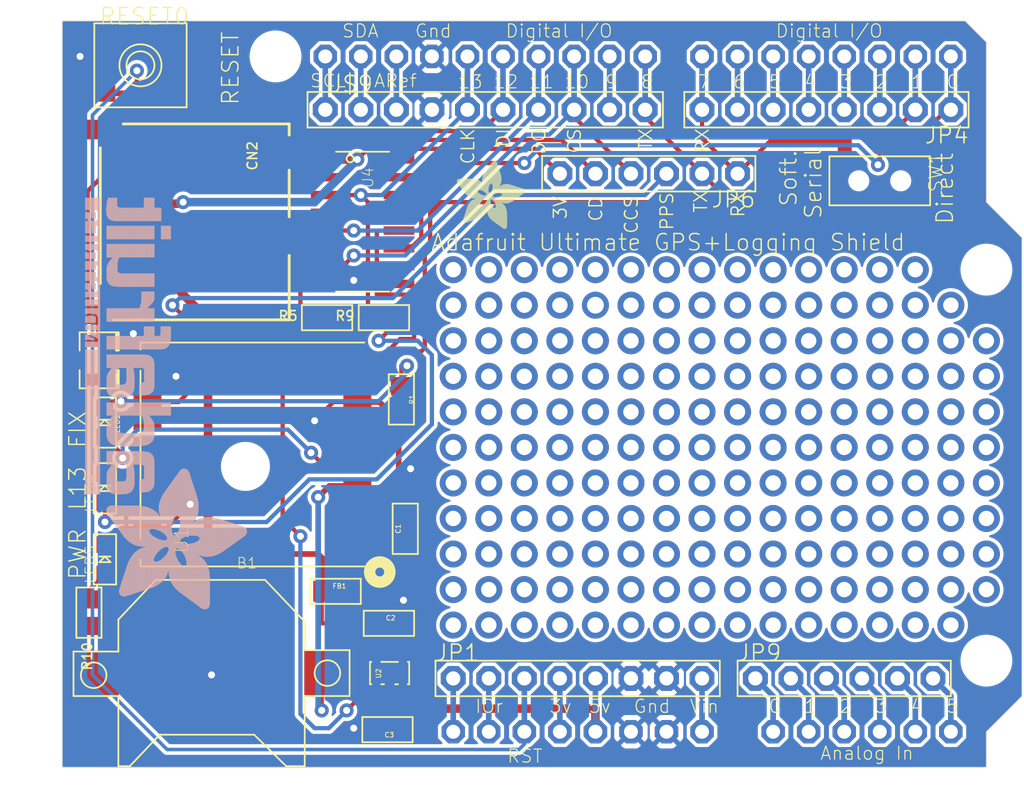
<source format=kicad_pcb>
(kicad_pcb (version 20221018) (generator pcbnew)
  (layers (0 "F.Cu" signal) (31 "B.Cu" signal) (34 "B.Paste" user) (35 "F.Paste" user) (36 "B.SilkS" user "B.Silkscreen") (37 "F.SilkS" user "F.Silkscreen") (38 "B.Mask" user) (39 "F.Mask" user) (44 "Edge.Cuts" user))
  (net 0 "")
  (net 1 "FIX")
  (net 2 "N$2")
  (net 3 "GND")
  (net 4 "3.3V")
  (net 5 "VBACKUP")
  (net 6 "TX")
  (net 7 "RX")
  (net 8 "N$4")
  (net 9 "1PPS")
  (net 10 "+5V")
  (net 11 "N$15")
  (net 12 "N$154")
  (net 13 "N$164")
  (net 14 "N$181")
  (net 15 "N$182")
  (net 16 "RESET")
  (net 17 "MOSI")
  (net 18 "MISO")
  (net 19 "SCK")
  (net 20 "SD_CS")
  (net 21 "SD_DATAIN")
  (net 22 "SD_SCKIN")
  (net 23 "SD_CSIN")
  (net 24 "SD_CD")
  (net 25 "N$89")
  (net 26 "N$90")
  (net 27 "N$98")
  (net 28 "N$99")
  (net 29 "N$100")
  (net 30 "N$108")
  (net 31 "N$110")
  (net 32 "N$8")
  (net 33 "N$150")
  (net 34 "RX_5V")
  (net 35 "N$1")
  (net 36 "N$3")
  (net 37 "N$5")
  (net 38 "N$6")
  (net 39 "N$9")
  (net 40 "N$10")
  (net 41 "N$11")
  (net 42 "N$14")
  (net 43 "N$13")
  (net 44 "N$7")
  (net 45 "N$12")
  (net 46 "N$17")
  (net 47 "N$19")
  (net 48 "N$24")
  (net 49 "N$25")
  (net 50 "N$27")
  (net 51 "N$28")
  (net 52 "N$29")
  (net 53 "N$30")
  (net 54 "N$156")
  (net 55 "N$32")
  (net 56 "N$33")
  (net 57 "N$34")
  (net 58 "N$35")
  (net 59 "N$36")
  (net 60 "N$42")
  (net 61 "N$43")
  (net 62 "N$44")
  (net 63 "N$45")
  (net 64 "N$46")
  (net 65 "N$47")
  (net 66 "N$56")
  (net 67 "N$57")
  (net 68 "N$58")
  (net 69 "N$59")
  (net 70 "N$60")
  (net 71 "N$66")
  (net 72 "N$67")
  (net 73 "N$68")
  (net 74 "N$69")
  (net 75 "N$70")
  (net 76 "N$71")
  (net 77 "N$78")
  (net 78 "N$79")
  (net 79 "N$80")
  (net 80 "N$81")
  (net 81 "N$82")
  (net 82 "N$83")
  (net 83 "N$84")
  (net 84 "N$92")
  (net 85 "N$93")
  (net 86 "N$94")
  (net 87 "N$95")
  (net 88 "N$96")
  (net 89 "N$97")
  (net 90 "N$102")
  (net 91 "N$103")
  (net 92 "N$104")
  (net 93 "N$105")
  (net 94 "N$106")
  (net 95 "N$107")
  (net 96 "N$109")
  (net 97 "N$61")
  (net 98 "N$41")
  (net 99 "N$49")
  (net 100 "N$37")
  (net 101 "N$91")
  (net 102 "N$64")
  (net 103 "N$65")
  (net 104 "N$18")
  (net 105 "N$20")
  (net 106 "N$21")
  (net 107 "N$22")
  (net 108 "N$23")
  (net 109 "N$26")
  (net 110 "N$31")
  (net 111 "N$48")
  (net 112 "N$38")
  (net 113 "N$55")
  (net 114 "N$39")
  (net 115 "N$40")
  (net 116 "N$50")
  (net 117 "N$52")
  (net 118 "N$51")
  (net 119 "N$74")
  (net 120 "N$75")
  (net 121 "N$76")
  (net 122 "N$77")
  (net 123 "N$85")
  (net 124 "N$53")
  (net 125 "N$86")
  (net 126 "N$112")
  (net 127 "N$113")
  (net 128 "N$114")
  (net 129 "N$115")
  (net 130 "N$54")
  (net 131 "N$116")
  (net 132 "N$117")
  (net 133 "N$62")
  (net 134 "N$63")
  (net 135 "N$118")
  (net 136 "N$119")
  (net 137 "N$120")
  (net 138 "N$121")
  (net 139 "N$122")
  (net 140 "N$123")
  (net 141 "N$124")
  (net 142 "N$125")
  (net 143 "N$126")
  (net 144 "N$127")
  (net 145 "N$128")
  (net 146 "N$129")
  (net 147 "N$130")
  (net 148 "N$131")
  (net 149 "N$132")
  (net 150 "N$138")
  (net 151 "N$139")
  (net 152 "N$140")
  (net 153 "N$141")
  (net 154 "N$142")
  (net 155 "N$143")
  (net 156 "N$144")
  (net 157 "N$145")
  (net 158 "N$146")
  (net 159 "N$147")
  (net 160 "N$148")
  (net 161 "N$151")
  (net 162 "N$152")
  (net 163 "N$153")
  (net 164 "N$155")
  (net 165 "N$157")
  (net 166 "N$159")
  (net 167 "N$72")
  (net 168 "N$73")
  (net 169 "N$87")
  (net 170 "N$88")
  (net 171 "N$101")
  (net 172 "N$111")
  (net 173 "N$133")
  (net 174 "N$134")
  (net 175 "N$135")
  (net 176 "N$136")
  (net 177 "N$137")
  (net 178 "N$149")
  (net 179 "N$158")
  (net 180 "N$160")
  (net 181 "N$161")
  (net 182 "N$162")
  (net 183 "N$163")
  (net 184 "N$165")
  (net 185 "N$166")
  (net 186 "N$167")
  (net 187 "N$168")
  (net 188 "N$169")
  (net 189 "N$170")
  (net 190 "N$171")
  (net 191 "N$172")
  (net 192 "N$173")
  (net 193 "N$174")
  (net 194 "N$175")
  (net 195 "N$176")
  (net 196 "N$177")
  (net 197 "N$178")
  (net 198 "N$179")
  (net 199 "N$180")
  (net 200 "N$183")
  (net 201 "N$184")
  (net 202 "N$185")
  (net 203 "N$186")
  (net 204 "N$187")
  (net 205 "N$188")
  (net 206 "N$189")
  (net 207 "N$191")
  (net 208 "N$192")
  (net 209 "N$193")
  (net 210 "N$190")
  (net 211 "N$194")
  (net 212 "N$195")
  (net 213 "N$196")
  (net 214 "N$197")
  (net 215 "N$198")
  (net 216 "N$199")
  (net 217 "N$200")
  (net 218 "N$201")
  (footprint "working:0805@1" (layer "F.Cu") (at 133.7451 119.1006)
    (fp_text reference "FB1")
    (fp_text value "Ferrite")
  )
  (footprint "" (layer "F.Cu") (at 129.4511 80.8736)
    (fp_text reference "@HOLE0" hide)
    (fp_text value "")
  )
  (footprint "working:0805@1" (layer "F.Cu") (at 137.5551 121.3866)
    (fp_text reference "C2")
    (fp_text value "10uF")
  )
  (footprint "working:FGPMMOPA6H" (layer "F.Cu") (at 127.8001 109.3216 180)
    (fp_text reference "U1")
    (fp_text value "FGPMMOPA6H")
  )
  (footprint "working:FIDUCIAL_1MM" (layer "F.Cu") (at 179.6391 92.8936)
    (fp_text reference "FID2" hide)
    (fp_text value "FIDUCIAL\"\"" hide)
  )
  (footprint "working:1X06-BIG" (layer "F.Cu") (at 170.0911 125.3236)
    (fp_text reference "JP9")
    (fp_text value "")
  )
  (footprint "working:1X10-BIG" (layer "F.Cu") (at 144.4371 84.6836)
    (fp_text reference "U$9")
    (fp_text value "PINHD-1X10")
  )
  (footprint "working:0805@1" (layer "F.Cu") (at 137.4521 128.9826 180)
    (fp_text reference "C3")
    (fp_text value "10uF")
  )
  (footprint "working:EVQ-Q2" (layer "F.Cu") (at 119.7991 81.5086)
    (fp_text reference "RESET0")
    (fp_text value "Reset")
  )
  (footprint "" (layer "F.Cu") (at 180.2511 124.0536)
    (fp_text reference "@HOLE2" hide)
    (fp_text value "")
  )
  (footprint "working:0805" (layer "F.Cu") (at 137.1981 99.5426 180)
    (fp_text reference "R9")
    (fp_text value "1k")
  )
  (footprint "working:ADAFRUIT_5MM" (layer "F.Cu") (at 142.4051 93.1926)
    (fp_text reference "U$13" hide)
    (fp_text value "" hide)
  )
  (footprint "working:FIDUCIAL_1MM" (layer "F.Cu") (at 116.1161 129.7686)
    (fp_text reference "FID1" hide)
    (fp_text value "FIDUCIAL\"\"" hide)
  )
  (footprint "working:0805" (layer "F.Cu") (at 133.1341 99.5426 180)
    (fp_text reference "R5")
    (fp_text value "10K")
  )
  (footprint "working:0805@1" (layer "F.Cu") (at 138.7221 114.6316 90)
    (fp_text reference "C1")
    (fp_text value "0.1uF")
  )
  (footprint "working:CHIPLED_0805" (layer "F.Cu") (at 117.2591 116.8146)
    (fp_text reference "LED5")
    (fp_text value "green")
  )
  (footprint "working:SOIC16" (layer "F.Cu") (at 135.6741 92.6846 -90)
    (fp_text reference "U4")
    (fp_text value "4050")
  )
  (footprint "working:SOT23-5" (layer "F.Cu") (at 137.6031 124.9426)
    (fp_text reference "U2")
    (fp_text value "MIC5225-3.3")
  )
  (footprint "working:1X08-BIG" (layer "F.Cu") (at 168.8211 84.6836 180)
    (fp_text reference "JP4")
    (fp_text value "D0-D7")
  )
  (footprint "working:0805" (layer "F.Cu") (at 138.4441 105.3846 90)
    (fp_text reference "R1")
    (fp_text value "1K")
  )
  (footprint "working:0805" (layer "F.Cu") (at 116.1161 120.6246 -90)
    (fp_text reference "R10")
    (fp_text value "1k")
  )
  (footprint "working:CR1220" (layer "F.Cu") (at 124.8791 124.9426 180)
    (fp_text reference "B1")
    (fp_text value "CR1220")
  )
  (footprint "working:EG1390" (layer "F.Cu") (at 172.6311 89.7636 180)
    (fp_text reference "SW1")
    (fp_text value "")
  )
  (footprint "working:U.FL" (layer "F.Cu") (at 116.7511 102.5906)
    (fp_text reference "U$20" hide)
    (fp_text value "U.FL" hide)
  )
  (footprint "working:MICROSD" (layer "F.Cu") (at 130.4671 85.6996 -90)
    (fp_text reference "CN2")
    (fp_text value "")
  )
  (footprint "working:CHIPLED_0805" (layer "F.Cu") (at 117.2591 111.7346)
    (fp_text reference "LED4")
    (fp_text value "yellow")
  )
  (footprint "working:ARDUINOR3" (layer "F.Cu") (at 114.2111 131.6736)
    (fp_text reference "U3" hide)
    (fp_text value "ARDUINOR3-DIMENSION" hide)
    (fp_line (start 0 -53.34) (end 0 0) (stroke (width 0.05)) (layer "Edge.Cuts"))
    (fp_line (start 0 0) (end 66.04 0) (stroke (width 0.05)) (layer "Edge.Cuts"))
    (fp_line (start 64.516 -53.34) (end 0 -53.34) (stroke (width 0.05)) (layer "Edge.Cuts"))
    (fp_line (start 66.04 -51.816) (end 64.516 -53.34) (stroke (width 0.05)) (layer "Edge.Cuts"))
    (fp_line (start 66.04 -40.386) (end 66.04 -51.816) (stroke (width 0.05)) (layer "Edge.Cuts"))
    (fp_line (start 66.04 -2.54) (end 68.58 -5.08) (stroke (width 0.05)) (layer "Edge.Cuts"))
    (fp_line (start 66.04 0) (end 66.04 -2.54) (stroke (width 0.05)) (layer "Edge.Cuts"))
    (fp_line (start 68.58 -37.846) (end 66.04 -40.386) (stroke (width 0.05)) (layer "Edge.Cuts"))
    (fp_line (start 68.58 -5.08) (end 68.58 -37.846) (stroke (width 0.05)) (layer "Edge.Cuts"))
  )
  (footprint "working:1X08-BIG" (layer "F.Cu") (at 151.0411 125.3236)
    (fp_text reference "JP1")
    (fp_text value "D0-D7")
  )
  (footprint "working:1X06-BIG" (layer "F.Cu") (at 156.1211 89.2556 180)
    (fp_text reference "JP6")
    (fp_text value "")
  )
  (footprint "working:CHIPLED_0805" (layer "F.Cu") (at 117.2591 107.0356)
    (fp_text reference "LED1")
    (fp_text value "red")
  )
  (footprint "" (layer "F.Cu") (at 180.2511 96.1136)
    (fp_text reference "@HOLE1" hide)
    (fp_text value "")
  )
  (footprint "working:ADAFRUIT_TEXT_30MM" (layer "B.Cu") (at 115.8621 120.6246 90)
    (fp_text reference "U$15" hide)
    (fp_text value "" hide)
  )
  (gr_line (start 137.0711 131.6736) (end 116.7511 131.6736) (stroke (width 0.05)) (layer "Edge.Cuts"))
  (gr_text "RX" (at 159.4231 85.9536 90) (layer "F.SilkS") (effects (font (size 0.9144 0.9144) (thickness 0.1016)) (justify right top)))
  (gr_text "RX" (at 161.9631 90.5256 90) (layer "F.SilkS") (effects (font (size 0.9144 0.9144) (thickness 0.1016)) (justify right top)))
  (gr_text "Direct" (at 177.9651 92.9386 90) (layer "F.SilkS") (effects (font (size 1.1684 1.1684) (thickness 0.1016)) (justify left bottom)))
  (gr_text "CD" (at 151.8031 90.7796 90) (layer "F.SilkS") (effects (font (size 0.9144 0.9144) (thickness 0.1016)) (justify right top)))
  (gr_text "TX" (at 159.2961 90.3986 90) (layer "F.SilkS") (effects (font (size 0.9144 0.9144) (thickness 0.1016)) (justify right top)))
  (gr_text "FIX" (at 115.9891 108.9406 90) (layer "F.SilkS") (effects (font (size 1.1684 1.1684) (thickness 0.1016)) (justify left bottom)))
  (gr_text "Soft." (at 166.7891 91.6686 90) (layer "F.SilkS") (effects (font (size 1.1684 1.1684) (thickness 0.1016)) (justify left bottom)))
  (gr_text "PPS" (at 156.8831 90.5256 90) (layer "F.SilkS") (effects (font (size 0.9144 0.9144) (thickness 0.1016)) (justify right top)))
  (gr_text "RESET" (at 126.9111 84.4296 90) (layer "F.SilkS") (effects (font (size 1.1684 1.1684) (thickness 0.1016)) (justify left bottom)))
  (gr_text "L13" (at 115.9891 113.3856 90) (layer "F.SilkS") (effects (font (size 1.1684 1.1684) (thickness 0.1016)) (justify left bottom)))
  (gr_text "DI" (at 145.1991 85.9536 90) (layer "F.SilkS") (effects (font (size 0.9144 0.9144) (thickness 0.1016)) (justify right top)))
  (gr_text "Adafruit Ultimate GPS+Logging Shield" (at 140.5001 94.8436) (layer "F.SilkS") (effects (font (size 1.1684 1.1684) (thickness 0.1016)) (justify left bottom)))
  (gr_text "CCS" (at 154.3431 90.7796 90) (layer "F.SilkS") (effects (font (size 0.9144 0.9144) (thickness 0.1016)) (justify right top)))
  (gr_text "DO" (at 147.7391 85.9536 90) (layer "F.SilkS") (effects (font (size 0.9144 0.9144) (thickness 0.1016)) (justify right top)))
  (gr_text "CS" (at 150.2791 85.9536 90) (layer "F.SilkS") (effects (font (size 0.9144 0.9144) (thickness 0.1016)) (justify right top)))
  (gr_text "3V" (at 149.2631 90.7796 90) (layer "F.SilkS") (effects (font (size 0.9144 0.9144) (thickness 0.1016)) (justify right top)))
  (gr_text "TX" (at 155.3591 85.9536 90) (layer "F.SilkS") (effects (font (size 0.9144 0.9144) (thickness 0.1016)) (justify right top)))
  (gr_text "PWR" (at 115.9891 118.3386 90) (layer "F.SilkS") (effects (font (size 1.1684 1.1684) (thickness 0.1016)) (justify left bottom)))
  (gr_text "CLK" (at 142.6591 85.9536 90) (layer "F.SilkS") (effects (font (size 0.9144 0.9144) (thickness 0.1016)) (justify right top)))
  (gr_text "Serial" (at 168.5671 92.5576 90) (layer "F.SilkS") (effects (font (size 1.1684 1.1684) (thickness 0.1016)) (justify left bottom)))
  (segment (start 135.3001 110.0716) (end 132.8681 110.0716) (width 0.3048) (layer "F.Cu") (net 1))
  (segment (start 117.2591 108.0856) (end 118.5291 109.3556) (width 0.3048) (layer "F.Cu") (net 1))
  (segment (start 118.5291 109.3556) (end 118.5291 109.5756) (width 0.3048) (layer "F.Cu") (net 1))
  (segment (start 132.8681 110.0716) (end 131.9911 109.1946) (width 0.3048) (layer "F.Cu") (net 1))
  (via (at 118.5291 109.5756) (size 1.008) (drill 0.5) (layers "F.Cu" "B.Cu") (net 1))
  (via (at 131.9911 109.1946) (size 1.008) (drill 0.5) (layers "F.Cu" "B.Cu") (net 1))
  (segment (start 130.3401 107.5436) (end 119.586675 107.5436) (width 0.3048) (layer "B.Cu") (net 1))
  (segment (start 130.3401 107.5436) (end 131.9911 109.1946) (width 0.3048) (layer "B.Cu") (net 1))
  (segment (start 118.5291 108.601175) (end 118.5291 109.5756) (width 0.3048) (layer "B.Cu") (net 1))
  (segment (start 119.586675 107.5436) (end 118.5291 108.601175) (width 0.3048) (layer "B.Cu") (net 1))
  (segment (start 138.4441 102.9716) (end 138.8491 102.9716) (width 0.3048) (layer "F.Cu") (net 2))
  (segment (start 138.4441 104.4346) (end 138.4441 102.9716) (width 0.3048) (layer "F.Cu") (net 2))
  (segment (start 117.7331 105.5116) (end 118.4021 105.5116) (width 0.254) (layer "F.Cu") (net 2))
  (segment (start 117.2591 105.9856) (end 117.7331 105.5116) (width 0.254) (layer "F.Cu") (net 2))
  (via (at 118.4021 105.5116) (size 1.008) (drill 0.5) (layers "F.Cu" "B.Cu") (net 2))
  (via (at 138.8491 102.9716) (size 1.008) (drill 0.5) (layers "F.Cu" "B.Cu") (net 2))
  (segment (start 118.4021 105.5116) (end 136.8171 105.5116) (width 0.3048) (layer "B.Cu") (net 2))
  (segment (start 136.8171 105.5116) (end 138.8491 103.4796) (width 0.3048) (layer "B.Cu") (net 2))
  (segment (start 138.8491 103.4796) (end 138.8491 102.9716) (width 0.3048) (layer "B.Cu") (net 2))
  (segment (start 133.0741 97.1296) (end 134.7851 97.1296) (width 0.3048) (layer "F.Cu") (net 3))
  (segment (start 121.6611 114.5716) (end 123.3551 112.8776) (width 0.3048) (layer "F.Cu") (net 3))
  (segment (start 118.7831 114.5716) (end 118.4521 114.5716) (width 0.3048) (layer "F.Cu") (net 3))
  (segment (start 136.5021 128.9826) (end 136.5021 127.9246) (width 0.4064) (layer "F.Cu") (net 3))
  (segment (start 133.5821 105.5716) (end 132.2451 106.9086) (width 0.3048) (layer "F.Cu") (net 3))
  (segment (start 138.3411 110.3376) (end 139.1031 110.3376) (width 0.4064) (layer "F.Cu") (net 3))
  (segment (start 117.0051 86.1776) (end 116.9271 86.0996) (width 0.3048) (layer "F.Cu") (net 3))
  (segment (start 117.7111 89.1996) (end 117.5131 89.0016) (width 0.3048) (layer "F.Cu") (net 3))
  (segment (start 136.3991 128.8796) (end 135.0391 128.8796) (width 0.4064) (layer "F.Cu") (net 3))
  (segment (start 134.7851 97.1296) (end 135.0391 96.8756) (width 0.3048) (layer "F.Cu") (net 3))
  (segment (start 137.5791 126.2667) (end 137.6031 126.2427) (width 0.4064) (layer "F.Cu") (net 3))
  (segment (start 118.7831 110.6846) (end 118.7831 114.5716) (width 0.3048) (layer "F.Cu") (net 3))
  (segment (start 116.0271 99.2996) (end 116.0271 90.4876) (width 0.3048) (layer "F.Cu") (net 3))
  (segment (start 138.3831 106.2736) (end 138.3166 106.2736) (width 0.4064) (layer "F.Cu") (net 3))
  (segment (start 137.5791 126.8476) (end 137.5791 126.2667) (width 0.4064) (layer "F.Cu") (net 3))
  (segment (start 116.7511 101.2156) (end 116.7511 100.0236) (width 0.3048) (layer "F.Cu") (net 3))
  (segment (start 135.3001 105.5716) (end 135.3011 105.5726) (width 0.4064) (layer "F.Cu") (net 3))
  (segment (start 137.5791 106.2736) (end 138.3166 106.2736) (width 0.4064) (layer "F.Cu") (net 3))
  (segment (start 138.3411 113.6816) (end 138.3411 110.3376) (width 0.4064) (layer "F.Cu") (net 3))
  (segment (start 138.2566 106.3336) (end 138.2566 113.2161) (width 0.4064) (layer "F.Cu") (net 3))
  (segment (start 124.8791 124.9426) (end 124.8791 125.0696) (width 0.4064) (layer "F.Cu") (net 3))
  (segment (start 117.0051 88.4936) (end 117.0051 86.1776) (width 0.3048) (layer "F.Cu") (net 3))
  (segment (start 116.3991 79.5086) (end 116.3991 79.9556) (width 0.3048) (layer "F.Cu") (net 3))
  (segment (start 135.3001 105.5716) (end 136.8771 105.5716) (width 0.4064) (layer "F.Cu") (net 3))
  (segment (start 116.0271 90.4876) (end 117.5131 89.0016) (width 0.3048) (layer "F.Cu") (net 3))
  (segment (start 120.3001 114.5716) (end 121.6611 114.5716) (width 0.3048) (layer "F.Cu") (net 3))
  (segment (start 138.5951 121.3866) (end 138.5951 119.7356) (width 0.4064) (layer "F.Cu") (net 3))
  (segment (start 117.2591 110.6846) (end 118.7831 110.6846) (width 0.3048) (layer "F.Cu") (net 3))
  (segment (start 119.2911 101.2156) (end 119.2911 100.6856) (width 0.6096) (layer "F.Cu") (net 3))
  (segment (start 116.7511 103.9656) (end 120.1941 103.9656) (width 0.6096) (layer "F.Cu") (net 3))
  (segment (start 136.5021 127.9246) (end 137.5791 126.8476) (width 0.4064) (layer "F.Cu") (net 3))
  (segment (start 120.1941 103.9656) (end 120.3001 104.0716) (width 0.6096) (layer "F.Cu") (net 3))
  (segment (start 136.8771 105.5716) (end 137.5791 106.2736) (width 0.4064) (layer "F.Cu") (net 3))
  (segment (start 138.2566 113.2161) (end 138.7221 113.6816) (width 0.4064) (layer "F.Cu") (net 3))
  (segment (start 138.3831 106.2736) (end 138.4441 106.3346) (width 0.4064) (layer "F.Cu") (net 3))
  (segment (start 119.4271 89.1996) (end 117.7111 89.1996) (width 0.3048) (layer "F.Cu") (net 3))
  (segment (start 135.3001 113.0716) (end 138.1121 113.0716) (width 0.4064) (layer "F.Cu") (net 3))
  (segment (start 120.3001 114.5716) (end 118.7831 114.5716) (width 0.3048) (layer "F.Cu") (net 3))
  (segment (start 118.4521 114.5716) (end 117.2591 115.7646) (width 0.3048) (layer "F.Cu") (net 3))
  (segment (start 122.1071 103.9656) (end 122.3391 103.7336) (width 0.4064) (layer "F.Cu") (net 3))
  (segment (start 116.3991 79.5086) (end 123.1991 79.5086) (width 0.3048) (layer "F.Cu") (net 3))
  (segment (start 136.5021 128.9826) (end 136.3991 128.8796) (width 0.4064) (layer "F.Cu") (net 3))
  (segment (start 116.3991 79.9556) (end 115.4811 80.8736) (width 0.3048) (layer "F.Cu") (net 3))
  (segment (start 138.7221 113.6816) (end 138.3411 113.6816) (width 0.4064) (layer "F.Cu") (net 3))
  (segment (start 116.7511 100.0236) (end 116.0271 99.2996) (width 0.3048) (layer "F.Cu") (net 3))
  (segment (start 138.1121 113.0716) (end 138.2566 113.2161) (width 0.4064) (layer "F.Cu") (net 3))
  (segment (start 117.5131 89.0016) (end 117.0051 88.4936) (width 0.3048) (layer "F.Cu") (net 3))
  (segment (start 116.7511 103.9656) (end 122.1071 103.9656) (width 0.4064) (layer "F.Cu") (net 3))
  (segment (start 116.7511 101.2156) (end 119.2911 101.2156) (width 0.6096) (layer "F.Cu") (net 3))
  (segment (start 138.5051 121.3866) (end 138.5951 121.3866) (width 0.4064) (layer "F.Cu") (net 3))
  (segment (start 138.3166 106.2736) (end 138.2566 106.3336) (width 0.4064) (layer "F.Cu") (net 3))
  (segment (start 135.3001 105.5716) (end 133.5821 105.5716) (width 0.3048) (layer "F.Cu") (net 3))
  (via (at 135.0391 96.8756) (size 1.008) (drill 0.5) (layers "F.Cu" "B.Cu") (net 3))
  (via (at 132.2451 106.9086) (size 1.008) (drill 0.5) (layers "F.Cu" "B.Cu") (net 3))
  (via (at 122.3391 103.7336) (size 1.008) (drill 0.5) (layers "F.Cu" "B.Cu") (net 3))
  (via (at 135.0391 128.8796) (size 1.008) (drill 0.5) (layers "F.Cu" "B.Cu") (net 3))
  (via (at 139.1031 110.3376) (size 1.008) (drill 0.5) (layers "F.Cu" "B.Cu") (net 3))
  (via (at 124.8791 125.0696) (size 1.008) (drill 0.5) (layers "F.Cu" "B.Cu") (net 3))
  (via (at 123.3551 112.8776) (size 1.008) (drill 0.5) (layers "F.Cu" "B.Cu") (net 3))
  (via (at 138.5951 119.7356) (size 1.008) (drill 0.5) (layers "F.Cu" "B.Cu") (net 3))
  (via (at 119.2911 100.6856) (size 1.008) (drill 0.5) (layers "F.Cu" "B.Cu") (net 3))
  (via (at 115.4811 80.8736) (size 1.008) (drill 0.5) (layers "F.Cu" "B.Cu") (net 3))
  (segment (start 115.4811 80.8736) (end 115.4811 81.1276) (width 0.3048) (layer "B.Cu") (net 3))
  (segment (start 132.2451 106.9086) (end 132.6261 107.2896) (width 0.3048) (layer "B.Cu") (net 3))
  (segment (start 122.3391 103.7336) (end 122.8471 103.7336) (width 0.4064) (layer "B.Cu") (net 3))
  (segment (start 138.5951 119.7356) (end 138.0871 119.7356) (width 0.4064) (layer "B.Cu") (net 3))
  (segment (start 139.1031 110.3376) (end 139.3571 110.3376) (width 0.4064) (layer "B.Cu") (net 3))
  (segment (start 120.0531 100.6856) (end 120.0531 100.4316) (width 0.6096) (layer "B.Cu") (net 3))
  (segment (start 119.2911 100.6856) (end 120.0531 100.6856) (width 0.6096) (layer "B.Cu") (net 3))
  (segment (start 122.8471 103.7336) (end 123.1011 103.9876) (width 0.4064) (layer "B.Cu") (net 3))
  (segment (start 135.0391 128.8796) (end 134.5311 128.8796) (width 0.4064) (layer "B.Cu") (net 3))
  (segment (start 139.3571 110.3376) (end 139.3571 109.3216) (width 0.4064) (layer "B.Cu") (net 3))
  (segment (start 135.0391 96.8756) (end 135.2931 97.1296) (width 0.3048) (layer "B.Cu") (net 3))
  (segment (start 138.0871 119.7356) (end 138.0871 119.2276) (width 0.4064) (layer "B.Cu") (net 3))
  (segment (start 122.8471 91.2876) (end 122.7351 91.3996) (width 0.6096) (layer "F.Cu") (net 4))
  (segment (start 122.7351 91.3996) (end 119.4271 91.3996) (width 0.6096) (layer "F.Cu") (net 4))
  (segment (start 117.2591 95.8596) (end 118.7831 97.3836) (width 0.6096) (layer "F.Cu") (net 4))
  (segment (start 117.2591 92.0496) (end 117.2591 95.8596) (width 0.6096) (layer "F.Cu") (net 4))
  (segment (start 132.7531 119.1426) (end 132.7531 121.3866) (width 0.3048) (layer "F.Cu") (net 4))
  (segment (start 119.4271 91.3996) (end 117.9091 91.3996) (width 0.6096) (layer "F.Cu") (net 4))
  (segment (start 132.7951 119.1006) (end 132.7531 119.1426) (width 0.4064) (layer "F.Cu") (net 4))
  (segment (start 117.9091 91.3996) (end 117.2591 92.0496) (width 0.6096) (layer "F.Cu") (net 4))
  (segment (start 122.8471 116.4336) (end 117.7061 121.5746) (width 0.3048) (layer "F.Cu") (net 4))
  (segment (start 124.6251 99.6696) (end 124.6251 116.4336) (width 0.6096) (layer "F.Cu") (net 4))
  (segment (start 133.0741 88.2396) (end 135.2931 88.2396) (width 0.6096) (layer "F.Cu") (net 4))
  (segment (start 122.8471 116.4336) (end 124.6251 116.4336) (width 0.4064) (layer "F.Cu") (net 4))
  (segment (start 136.0551 87.4776) (end 147.9931 87.4776) (width 0.3048) (layer "F.Cu") (net 4))
  (segment (start 135.2931 88.2396) (end 136.0551 87.4776) (width 0.3048) (layer "F.Cu") (net 4))
  (segment (start 124.6251 116.4336) (end 132.4991 116.4336) (width 0.4064) (layer "F.Cu") (net 4))
  (segment (start 132.7951 116.7296) (end 132.7951 119.1006) (width 0.4064) (layer "F.Cu") (net 4))
  (segment (start 117.7061 121.5746) (end 116.1161 121.5746) (width 0.3048) (layer "F.Cu") (net 4))
  (segment (start 122.3391 97.3836) (end 124.6251 99.6696) (width 0.6096) (layer "F.Cu") (net 4))
  (segment (start 118.7831 97.3836) (end 122.3391 97.3836) (width 0.6096) (layer "F.Cu") (net 4))
  (segment (start 136.6051 121.3866) (end 136.6531 121.4346) (width 0.4064) (layer "F.Cu") (net 4))
  (segment (start 132.4991 116.4336) (end 132.7951 116.7296) (width 0.4064) (layer "F.Cu") (net 4))
  (segment (start 132.7531 121.3866) (end 136.6051 121.3866) (width 0.3048) (layer "F.Cu") (net 4))
  (segment (start 147.9931 87.4776) (end 149.7711 89.2556) (width 0.3048) (layer "F.Cu") (net 4))
  (segment (start 136.6531 121.4346) (end 136.6531 123.6425) (width 0.4064) (layer "F.Cu") (net 4))
  (via (at 122.8471 91.2876) (size 1.008) (drill 0.5) (layers "F.Cu" "B.Cu") (net 4))
  (via (at 135.2931 88.2396) (size 1.008) (drill 0.5) (layers "F.Cu" "B.Cu") (net 4))
  (segment (start 135.2931 88.2396) (end 132.2451 91.2876) (width 0.6096) (layer "B.Cu") (net 4))
  (segment (start 132.2451 91.2876) (end 122.8471 91.2876) (width 0.6096) (layer "B.Cu") (net 4))
  (segment (start 132.7531 125.294) (end 132.7531 127.6096) (width 0.3048) (layer "F.Cu") (net 5))
  (segment (start 133.1045 124.9426) (end 132.7531 125.294) (width 0.3048) (layer "F.Cu") (net 5))
  (segment (start 133.2971 111.5716) (end 132.4991 112.3696) (width 0.4064) (layer "F.Cu") (net 5))
  (segment (start 135.3001 111.5716) (end 133.2971 111.5716) (width 0.4064) (layer "F.Cu") (net 5))
  (via (at 132.4991 112.3696) (size 1.008) (drill 0.5) (layers "F.Cu" "B.Cu") (net 5))
  (via (at 132.7531 127.6096) (size 1.008) (drill 0.5) (layers "F.Cu" "B.Cu") (net 5))
  (segment (start 132.4991 112.3696) (end 132.4991 127.3556) (width 0.4064) (layer "B.Cu") (net 5))
  (segment (start 132.4991 127.3556) (end 132.7531 127.6096) (width 0.4064) (layer "B.Cu") (net 5))
  (segment (start 166.9161 91.2876) (end 169.4561 93.8276) (width 0.3048) (layer "F.Cu") (net 6))
  (segment (start 140.5001 94.4626) (end 140.5001 92.0496) (width 0.3048) (layer "F.Cu") (net 6))
  (segment (start 140.5001 92.0496) (end 141.2621 91.2876) (width 0.3048) (layer "F.Cu") (net 6))
  (segment (start 135.3001 104.0716) (end 136.2251 104.0716) (width 0.3048) (layer "F.Cu") (net 6))
  (segment (start 140.1191 94.8436) (end 140.5001 94.4626) (width 0.3048) (layer "F.Cu") (net 6))
  (segment (start 136.2251 104.0716) (end 138.3411 101.9556) (width 0.3048) (layer "F.Cu") (net 6))
  (segment (start 172.1171 92.5636) (end 172.6311 92.5636) (width 0.3048) (layer "F.Cu") (net 6))
  (segment (start 141.2621 91.2876) (end 166.9161 91.2876) (width 0.3048) (layer "F.Cu") (net 6))
  (segment (start 170.8531 93.8276) (end 172.1171 92.5636) (width 0.3048) (layer "F.Cu") (net 6))
  (segment (start 140.1191 101.7016) (end 140.1191 94.8436) (width 0.3048) (layer "F.Cu") (net 6))
  (segment (start 138.3411 101.9556) (end 139.8651 101.9556) (width 0.3048) (layer "F.Cu") (net 6))
  (segment (start 139.8651 101.9556) (end 140.1191 101.7016) (width 0.3048) (layer "F.Cu") (net 6))
  (segment (start 169.4561 93.8276) (end 170.8531 93.8276) (width 0.3048) (layer "F.Cu") (net 6))
  (segment (start 136.8171 93.3196) (end 136.6901 93.4466) (width 0.3048) (layer "F.Cu") (net 7))
  (segment (start 139.3571 98.3996) (end 139.3571 101.0666) (width 0.3048) (layer "F.Cu") (net 7))
  (segment (start 138.2741 93.3196) (end 136.8171 93.3196) (width 0.3048) (layer "F.Cu") (net 7))
  (segment (start 138.3411 101.0666) (end 139.3571 101.0666) (width 0.3048) (layer "F.Cu") (net 7))
  (segment (start 135.3001 102.5716) (end 136.8361 102.5716) (width 0.3048) (layer "F.Cu") (net 7))
  (segment (start 136.8361 102.5716) (end 138.3411 101.0666) (width 0.3048) (layer "F.Cu") (net 7))
  (segment (start 136.6901 97.8916) (end 138.8491 97.8916) (width 0.3048) (layer "F.Cu") (net 7))
  (segment (start 138.8491 97.8916) (end 139.3571 98.3996) (width 0.3048) (layer "F.Cu") (net 7))
  (segment (start 136.6901 93.4466) (end 136.6901 97.8916) (width 0.3048) (layer "F.Cu") (net 7))
  (segment (start 120.2811 102.5906) (end 120.3001 102.5716) (width 0.4064) (layer "F.Cu") (net 8))
  (segment (start 118.2761 102.5906) (end 120.2811 102.5906) (width 0.4064) (layer "F.Cu") (net 8))
  (segment (start 123.6091 100.1776) (end 122.0851 98.6536) (width 0.3048) (layer "F.Cu") (net 9))
  (segment (start 123.6091 104.4956) (end 123.6091 100.1776) (width 0.3048) (layer "F.Cu") (net 9))
  (segment (start 120.3001 105.5716) (end 122.5331 105.5716) (width 0.3048) (layer "F.Cu") (net 9))
  (segment (start 122.5331 105.5716) (end 123.6091 104.4956) (width 0.3048) (layer "F.Cu") (net 9))
  (via (at 122.0851 98.6536) (size 1.008) (drill 0.5) (layers "F.Cu" "B.Cu") (net 9))
  (segment (start 155.8671 90.7796) (end 157.3911 89.2556) (width 0.3048) (layer "B.Cu") (net 9))
  (segment (start 122.0851 98.6536) (end 122.5931 98.1456) (width 0.3048) (layer "B.Cu") (net 9))
  (segment (start 122.5931 98.1456) (end 137.8331 98.1456) (width 0.3048) (layer "B.Cu") (net 9))
  (segment (start 137.8331 98.1456) (end 145.1991 90.7796) (width 0.3048) (layer "B.Cu") (net 9))
  (segment (start 145.1991 90.7796) (end 155.8671 90.7796) (width 0.3048) (layer "B.Cu") (net 9))
  (segment (start 136.8171 125.0696) (end 138.5951 125.0696) (width 0.4064) (layer "F.Cu") (net 10))
  (segment (start 138.4021 128.9826) (end 138.5531 128.8316) (width 0.4064) (layer "F.Cu") (net 10))
  (segment (start 138.4021 128.9826) (end 139.9021 127.4826) (width 0.6096) (layer "F.Cu") (net 10))
  (segment (start 136.6531 125.2336) (end 136.8171 125.0696) (width 0.4064) (layer "F.Cu") (net 10))
  (segment (start 129.9591 113.8936) (end 131.2291 115.1636) (width 0.3048) (layer "F.Cu") (net 10))
  (segment (start 138.5951 126.2007) (end 138.5531 126.2427) (width 0.4064) (layer "F.Cu") (net 10))
  (segment (start 138.5531 128.8316) (end 138.5531 126.2427) (width 0.4064) (layer "F.Cu") (net 10))
  (segment (start 136.6531 126.2427) (end 136.6531 125.2336) (width 0.4064) (layer "F.Cu") (net 10))
  (segment (start 152.3111 127.4826) (end 152.3111 129.1336) (width 0.6096) (layer "F.Cu") (net 10))
  (segment (start 139.9021 127.4826) (end 152.3111 127.4826) (width 0.6096) (layer "F.Cu") (net 10))
  (segment (start 135.898 126.2427) (end 136.6531 126.2427) (width 0.3048) (layer "F.Cu") (net 10))
  (segment (start 129.9591 104.7496) (end 129.9591 113.8936) (width 0.3048) (layer "F.Cu") (net 10))
  (segment (start 134.0841 99.5426) (end 134.0841 100.6246) (width 0.3048) (layer "F.Cu") (net 10))
  (segment (start 134.5311 127.6096) (end 135.898 126.2427) (width 0.3048) (layer "F.Cu") (net 10))
  (segment (start 138.5951 125.0696) (end 138.5951 126.2007) (width 0.4064) (layer "F.Cu") (net 10))
  (segment (start 134.0841 100.6246) (end 129.9591 104.7496) (width 0.3048) (layer "F.Cu") (net 10))
  (via (at 134.5311 127.6096) (size 1.008) (drill 0.5) (layers "F.Cu" "B.Cu") (net 10))
  (via (at 131.2291 115.1636) (size 1.008) (drill 0.5) (layers "F.Cu" "B.Cu") (net 10))
  (segment (start 131.2291 127.8636) (end 132.2451 128.8796) (width 0.3048) (layer "B.Cu") (net 10))
  (segment (start 131.2291 115.1636) (end 131.2291 127.8636) (width 0.3048) (layer "B.Cu") (net 10))
  (segment (start 132.2451 128.8796) (end 133.2611 128.8796) (width 0.3048) (layer "B.Cu") (net 10))
  (segment (start 152.3111 129.1336) (end 152.3111 125.3236) (width 0.4064) (layer "B.Cu") (net 10))
  (segment (start 133.2611 128.8796) (end 134.5311 127.6096) (width 0.3048) (layer "B.Cu") (net 10))
  (segment (start 159.9311 129.1336) (end 159.9311 125.3236) (width 0.4064) (layer "B.Cu") (net 11))
  (segment (start 165.0111 129.1336) (end 165.0111 126.5936) (width 0.4064) (layer "B.Cu") (net 12))
  (segment (start 165.0111 126.5936) (end 163.7411 125.3236) (width 0.4064) (layer "B.Cu") (net 12))
  (segment (start 167.5511 126.5936) (end 166.2811 125.3236) (width 0.4064) (layer "B.Cu") (net 13))
  (segment (start 167.5511 129.1336) (end 167.5511 126.5936) (width 0.4064) (layer "B.Cu") (net 13))
  (segment (start 170.0911 126.5936) (end 168.8211 125.3236) (width 0.4064) (layer "B.Cu") (net 14))
  (segment (start 170.0911 129.1336) (end 170.0911 126.5936) (width 0.4064) (layer "B.Cu") (net 14))
  (segment (start 172.6311 126.5936) (end 171.3611 125.3236) (width 0.4064) (layer "B.Cu") (net 15))
  (segment (start 172.6311 129.1336) (end 172.6311 126.5936) (width 0.4064) (layer "B.Cu") (net 15))
  (segment (start 124.0221 83.5086) (end 124.1171 83.4136) (width 0.4064) (layer "F.Cu") (net 16))
  (segment (start 116.3991 83.5086) (end 119.5451 83.5086) (width 0.4064) (layer "F.Cu") (net 16))
  (segment (start 124.0221 83.5086) (end 119.5451 83.5086) (width 0.3048) (layer "F.Cu") (net 16))
  (segment (start 124.1171 83.4136) (end 123.2941 83.4136) (width 0.4064) (layer "F.Cu") (net 16))
  (segment (start 119.5451 83.5086) (end 123.1991 83.5086) (width 0.4064) (layer "F.Cu") (net 16))
  (segment (start 123.2941 83.4136) (end 123.1991 83.5086) (width 0.4064) (layer "F.Cu") (net 16))
  (segment (start 123.1991 83.5086) (end 124.0221 83.5086) (width 0.4064) (layer "F.Cu") (net 16))
  (segment (start 119.5451 83.5086) (end 119.5451 81.8896) (width 0.3048) (layer "F.Cu") (net 16))
  (via (at 119.5451 81.8896) (size 1.008) (drill 0.5) (layers "F.Cu" "B.Cu") (net 16))
  (segment (start 121.7041 130.4036) (end 116.3701 125.0696) (width 0.254) (layer "B.Cu") (net 16))
  (segment (start 147.2311 130.0226) (end 146.8501 130.4036) (width 0.254) (layer "B.Cu") (net 16))
  (segment (start 146.8501 130.4036) (end 121.7041 130.4036) (width 0.254) (layer "B.Cu") (net 16))
  (segment (start 116.3701 85.0646) (end 119.5451 81.8896) (width 0.254) (layer "B.Cu") (net 16))
  (segment (start 147.2311 129.1336) (end 147.2311 130.0226) (width 0.254) (layer "B.Cu") (net 16))
  (segment (start 147.2311 129.1336) (end 147.2311 125.3236) (width 0.4064) (layer "B.Cu") (net 16))
  (segment (start 116.3701 125.0696) (end 116.3701 85.0646) (width 0.254) (layer "B.Cu") (net 16))
  (segment (start 133.0741 93.3196) (end 135.0391 93.3196) (width 0.3048) (layer "F.Cu") (net 17))
  (via (at 135.0391 93.3196) (size 1.008) (drill 0.5) (layers "F.Cu" "B.Cu") (net 17))
  (segment (start 139.6111 93.3196) (end 148.2471 84.6836) (width 0.3048) (layer "B.Cu") (net 17))
  (segment (start 148.2471 80.8736) (end 148.2471 84.6836) (width 0.4064) (layer "B.Cu") (net 17))
  (segment (start 135.0391 93.3196) (end 139.6111 93.3196) (width 0.3048) (layer "B.Cu") (net 17))
  (segment (start 129.1971 86.2076) (end 144.1831 86.2076) (width 0.3048) (layer "F.Cu") (net 18))
  (segment (start 127.3051 88.0996) (end 129.1971 86.2076) (width 0.3048) (layer "F.Cu") (net 18))
  (segment (start 119.8271 88.0996) (end 127.3051 88.0996) (width 0.3048) (layer "F.Cu") (net 18))
  (segment (start 144.1831 86.2076) (end 145.7071 84.6836) (width 0.3048) (layer "F.Cu") (net 18))
  (segment (start 145.7071 80.8736) (end 145.7071 84.6836) (width 0.4064) (layer "B.Cu") (net 18))
  (segment (start 136.0551 91.2876) (end 136.0551 99.2276) (width 0.3048) (layer "F.Cu") (net 19))
  (segment (start 136.2481 99.4206) (end 136.2481 99.5426) (width 0.3048) (layer "F.Cu") (net 19))
  (segment (start 135.5471 90.7796) (end 136.0551 91.2876) (width 0.3048) (layer "F.Cu") (net 19))
  (segment (start 133.0741 90.7796) (end 135.5471 90.7796) (width 0.3048) (layer "F.Cu") (net 19))
  (segment (start 136.0551 99.2276) (end 136.2481 99.4206) (width 0.3048) (layer "F.Cu") (net 19))
  (via (at 135.5471 90.7796) (size 1.008) (drill 0.5) (layers "F.Cu" "B.Cu") (net 19))
  (segment (start 135.5471 90.7796) (end 137.0711 90.7796) (width 0.3048) (layer "B.Cu") (net 19))
  (segment (start 143.1671 80.8736) (end 143.1671 84.6836) (width 0.4064) (layer "B.Cu") (net 19))
  (segment (start 137.0711 90.7796) (end 143.1671 84.6836) (width 0.3048) (layer "B.Cu") (net 19))
  (segment (start 131.2291 96.6216) (end 131.9911 95.8596) (width 0.3048) (layer "F.Cu") (net 20))
  (segment (start 131.2291 98.5876) (end 131.2291 96.6216) (width 0.3048) (layer "F.Cu") (net 20))
  (segment (start 150.7871 85.1916) (end 150.7871 84.6836) (width 0.3048) (layer "F.Cu") (net 20))
  (segment (start 132.1841 99.5426) (end 131.2291 98.5876) (width 0.3048) (layer "F.Cu") (net 20))
  (segment (start 134.2771 95.8596) (end 135.0391 95.0976) (width 0.3048) (layer "F.Cu") (net 20))
  (segment (start 131.9911 95.8596) (end 133.0741 95.8596) (width 0.3048) (layer "F.Cu") (net 20))
  (segment (start 154.8511 89.2556) (end 150.7871 85.1916) (width 0.3048) (layer "F.Cu") (net 20))
  (segment (start 133.0741 95.8596) (end 134.2771 95.8596) (width 0.3048) (layer "F.Cu") (net 20))
  (via (at 135.0391 95.0976) (size 1.008) (drill 0.5) (layers "F.Cu" "B.Cu") (net 20))
  (segment (start 138.7221 95.0976) (end 147.3581 86.4616) (width 0.3048) (layer "B.Cu") (net 20))
  (segment (start 135.0391 95.0976) (end 138.7221 95.0976) (width 0.3048) (layer "B.Cu") (net 20))
  (segment (start 150.7871 80.8736) (end 150.7871 84.6836) (width 0.4064) (layer "B.Cu") (net 20))
  (segment (start 149.0091 86.4616) (end 150.7871 84.6836) (width 0.3048) (layer "B.Cu") (net 20))
  (segment (start 147.3581 86.4616) (end 149.0091 86.4616) (width 0.3048) (layer "B.Cu") (net 20))
  (segment (start 128.6891 92.0496) (end 133.0741 92.0496) (width 0.3048) (layer "F.Cu") (net 21))
  (segment (start 128.2391 92.4996) (end 128.6891 92.0496) (width 0.3048) (layer "F.Cu") (net 21))
  (segment (start 119.8271 92.4996) (end 128.2391 92.4996) (width 0.3048) (layer "F.Cu") (net 21))
  (segment (start 128.6891 90.2716) (end 119.8551 90.2716) (width 0.3048) (layer "F.Cu") (net 22))
  (segment (start 119.8551 90.2716) (end 119.8271 90.2996) (width 0.3048) (layer "F.Cu") (net 22))
  (segment (start 133.0741 89.5096) (end 129.4511 89.5096) (width 0.3048) (layer "F.Cu") (net 22))
  (segment (start 129.4511 89.5096) (end 128.6891 90.2716) (width 0.3048) (layer "F.Cu") (net 22))
  (segment (start 128.4351 95.0976) (end 131.7371 95.0976) (width 0.3048) (layer "F.Cu") (net 23))
  (segment (start 120.2271 93.5996) (end 126.9371 93.5996) (width 0.3048) (layer "F.Cu") (net 23))
  (segment (start 131.7371 95.0976) (end 132.2451 94.5896) (width 0.3048) (layer "F.Cu") (net 23))
  (segment (start 132.2451 94.5896) (end 133.0741 94.5896) (width 0.3048) (layer "F.Cu") (net 23))
  (segment (start 126.9371 93.5996) (end 128.4351 95.0976) (width 0.3048) (layer "F.Cu") (net 23))
  (segment (start 130.0271 87.6996) (end 130.8841 86.8426) (width 0.3048) (layer "F.Cu") (net 24))
  (segment (start 130.8841 86.8426) (end 149.8981 86.8426) (width 0.3048) (layer "F.Cu") (net 24))
  (segment (start 149.8981 86.8426) (end 152.3111 89.2556) (width 0.3048) (layer "F.Cu") (net 24))
  (segment (start 172.6311 84.6836) (end 172.6311 80.8736) (width 0.4064) (layer "B.Cu") (net 25))
  (segment (start 170.0911 80.8736) (end 170.0911 84.6836) (width 0.4064) (layer "B.Cu") (net 26))
  (segment (start 167.5511 80.8736) (end 167.5511 84.6836) (width 0.4064) (layer "B.Cu") (net 27))
  (segment (start 165.0111 80.8736) (end 165.0111 84.6836) (width 0.4064) (layer "B.Cu") (net 28))
  (segment (start 162.4711 80.8736) (end 162.4711 84.6836) (width 0.4064) (layer "B.Cu") (net 29))
  (segment (start 138.0871 80.8736) (end 138.0871 84.6836) (width 0.4064) (layer "B.Cu") (net 30))
  (segment (start 153.3271 80.8736) (end 153.3271 84.6836) (width 0.4064) (layer "B.Cu") (net 31))
  (segment (start 138.1481 99.8626) (end 136.8171 101.1936) (width 0.3048) (layer "F.Cu") (net 32))
  (segment (start 138.1481 99.5426) (end 138.1481 99.8626) (width 0.3048) (layer "F.Cu") (net 32))
  (segment (start 117.2591 114.1476) (end 117.2591 112.7846) (width 0.3048) (layer "F.Cu") (net 32))
  (via (at 136.8171 101.1936) (size 1.008) (drill 0.5) (layers "F.Cu" "B.Cu") (net 32))
  (via (at 117.2591 114.1476) (size 1.008) (drill 0.5) (layers "F.Cu" "B.Cu") (net 32))
  (segment (start 139.6111 101.1936) (end 140.6271 102.2096) (width 0.3048) (layer "B.Cu") (net 32))
  (segment (start 140.6271 107.1626) (end 136.6901 111.0996) (width 0.3048) (layer "B.Cu") (net 32))
  (segment (start 136.6901 111.0996) (end 131.8641 111.0996) (width 0.3048) (layer "B.Cu") (net 32))
  (segment (start 140.6271 102.2096) (end 140.6271 107.1626) (width 0.3048) (layer "B.Cu") (net 32))
  (segment (start 128.8161 114.1476) (end 117.2591 114.1476) (width 0.3048) (layer "B.Cu") (net 32))
  (segment (start 131.8641 111.0996) (end 128.8161 114.1476) (width 0.3048) (layer "B.Cu") (net 32))
  (segment (start 136.8171 101.1936) (end 139.6111 101.1936) (width 0.3048) (layer "B.Cu") (net 32))
  (segment (start 117.2591 117.8646) (end 116.1161 119.0076) (width 0.3048) (layer "F.Cu") (net 33))
  (segment (start 116.1161 119.0076) (end 116.1161 119.6746) (width 0.3048) (layer "F.Cu") (net 33))
  (segment (start 140.6271 88.4936) (end 147.2311 88.4936) (width 0.3048) (layer "F.Cu") (net 34))
  (segment (start 172.6311 88.4936) (end 172.6311 86.9636) (width 0.3048) (layer "F.Cu") (net 34))
  (segment (start 172.5041 88.6206) (end 172.6311 88.4936) (width 0.3048) (layer "F.Cu") (net 34))
  (segment (start 139.8651 89.2556) (end 140.6271 88.4936) (width 0.3048) (layer "F.Cu") (net 34))
  (segment (start 138.2741 94.5896) (end 139.1031 94.5896) (width 0.3048) (layer "F.Cu") (net 34))
  (segment (start 139.8651 93.8276) (end 139.8651 89.2556) (width 0.3048) (layer "F.Cu") (net 34))
  (segment (start 139.1031 94.5896) (end 139.8651 93.8276) (width 0.3048) (layer "F.Cu") (net 34))
  (via (at 147.2311 88.4936) (size 1.008) (drill 0.5) (layers "F.Cu" "B.Cu") (net 34))
  (via (at 172.5041 88.6206) (size 1.008) (drill 0.5) (layers "F.Cu" "B.Cu") (net 34))
  (segment (start 148.5011 87.2236) (end 171.1071 87.2236) (width 0.3048) (layer "B.Cu") (net 34))
  (segment (start 171.1071 87.2236) (end 172.5041 88.6206) (width 0.3048) (layer "B.Cu") (net 34))
  (segment (start 147.2311 88.4936) (end 148.5011 87.2236) (width 0.3048) (layer "B.Cu") (net 34))
  (segment (start 135.7316 116.5031) (end 135.3001 116.0716) (width 0.4064) (layer "F.Cu") (net 35))
  (segment (start 134.6951 119.1006) (end 135.7316 118.0641) (width 0.4064) (layer "F.Cu") (net 35))
  (segment (start 138.2321 116.0716) (end 135.3001 116.0716) (width 0.4064) (layer "F.Cu") (net 35))
  (segment (start 135.7316 118.0641) (end 135.7316 116.5031) (width 0.4064) (layer "F.Cu") (net 35))
  (segment (start 138.7221 115.5816) (end 138.2321 116.0716) (width 0.4064) (layer "F.Cu") (net 35))
  (segment (start 142.1511 129.1336) (end 142.1511 125.3236) (width 0.4064) (layer "B.Cu") (net 36))
  (segment (start 144.6911 129.1336) (end 144.6911 125.3236) (width 0.4064) (layer "B.Cu") (net 37))
  (segment (start 149.7711 129.3876) (end 150.0251 129.6416) (width 0.4064) (layer "B.Cu") (net 38))
  (segment (start 150.0251 129.3876) (end 149.7711 129.1336) (width 0.4064) (layer "B.Cu") (net 38))
  (segment (start 150.0251 129.6416) (end 150.0251 129.3876) (width 0.4064) (layer "B.Cu") (net 38))
  (segment (start 149.7711 125.3236) (end 149.7711 129.1336) (width 0.4064) (layer "B.Cu") (net 38))
  (segment (start 149.7711 129.1336) (end 149.7711 129.3876) (width 0.4064) (layer "B.Cu") (net 38))
  (segment (start 177.7111 126.5936) (end 176.4411 125.3236) (width 0.4064) (layer "B.Cu") (net 39))
  (segment (start 177.7111 129.1336) (end 177.7111 126.5936) (width 0.4064) (layer "B.Cu") (net 39))
  (segment (start 175.1711 129.1336) (end 175.1711 126.5936) (width 0.4064) (layer "B.Cu") (net 40))
  (segment (start 175.1711 126.5936) (end 173.9011 125.3236) (width 0.4064) (layer "B.Cu") (net 40))
  (segment (start 159.9311 86.7156) (end 159.9311 84.6836) (width 0.3048) (layer "F.Cu") (net 41))
  (segment (start 164.7631 86.9636) (end 170.1311 86.9636) (width 0.3048) (layer "F.Cu") (net 41))
  (segment (start 162.4711 89.2556) (end 164.7631 86.9636) (width 0.3048) (layer "F.Cu") (net 41))
  (segment (start 162.4711 89.2556) (end 159.9311 86.7156) (width 0.3048) (layer "F.Cu") (net 41))
  (segment (start 159.9311 80.8736) (end 159.9311 84.6836) (width 0.4064) (layer "B.Cu") (net 41))
  (segment (start 175.5521 89.1286) (end 174.9171 88.4936) (width 0.3048) (layer "F.Cu") (net 42))
  (segment (start 174.9171 88.4936) (end 174.5361 88.4936) (width 0.3048) (layer "F.Cu") (net 42))
  (segment (start 175.5521 90.6526) (end 175.5521 89.1286) (width 0.3048) (layer "F.Cu") (net 42))
  (segment (start 174.0281 87.9856) (end 174.0281 85.8266) (width 0.3048) (layer "F.Cu") (net 42))
  (segment (start 175.1311 92.5636) (end 175.1311 91.0736) (width 0.3048) (layer "F.Cu") (net 42))
  (segment (start 174.5361 88.4936) (end 174.0281 87.9856) (width 0.3048) (layer "F.Cu") (net 42))
  (segment (start 175.1311 91.0736) (end 175.5521 90.6526) (width 0.3048) (layer "F.Cu") (net 42))
  (segment (start 174.0281 85.8266) (end 175.1711 84.6836) (width 0.3048) (layer "F.Cu") (net 42))
  (segment (start 175.1711 84.6836) (end 175.1711 80.8736) (width 0.4064) (layer "B.Cu") (net 42))
  (segment (start 155.8671 85.1916) (end 155.8671 84.6836) (width 0.3048) (layer "F.Cu") (net 43))
  (segment (start 159.9311 89.2556) (end 155.8671 85.1916) (width 0.3048) (layer "F.Cu") (net 43))
  (segment (start 169.3351 92.5636) (end 167.4241 90.6526) (width 0.3048) (layer "F.Cu") (net 43))
  (segment (start 159.9311 89.2556) (end 161.3281 90.6526) (width 0.3048) (layer "F.Cu") (net 43))
  (segment (start 170.1311 92.5636) (end 169.3351 92.5636) (width 0.3048) (layer "F.Cu") (net 43))
  (segment (start 161.3281 90.6526) (end 167.4241 90.6526) (width 0.3048) (layer "F.Cu") (net 43))
  (segment (start 155.8671 80.8736) (end 155.8671 84.6836) (width 0.4064) (layer "B.Cu") (net 43))
  (segment (start 133.0071 80.8736) (end 133.0071 84.6836) (width 0.4064) (layer "B.Cu") (net 44))
  (segment (start 135.5471 80.8736) (end 135.5471 84.6836) (width 0.4064) (layer "B.Cu") (net 45))
  (via (at 157.3911 98.6536) (size 1.9304) (drill 1.1) (layers "F.Cu" "B.Cu") (net 46))
  (via (at 162.4711 98.6536) (size 1.9304) (drill 1.1) (layers "F.Cu" "B.Cu") (net 47))
  (via (at 165.0111 101.1936) (size 1.9304) (drill 1.1) (layers "F.Cu" "B.Cu") (net 48))
  (via (at 162.4711 101.1936) (size 1.9304) (drill 1.1) (layers "F.Cu" "B.Cu") (net 49))
  (via (at 157.3911 101.1936) (size 1.9304) (drill 1.1) (layers "F.Cu" "B.Cu") (net 50))
  (via (at 154.8511 101.1936) (size 1.9304) (drill 1.1) (layers "F.Cu" "B.Cu") (net 51))
  (via (at 152.3111 101.1936) (size 1.9304) (drill 1.1) (layers "F.Cu" "B.Cu") (net 52))
  (via (at 149.7711 101.1936) (size 1.9304) (drill 1.1) (layers "F.Cu" "B.Cu") (net 53))
  (via (at 149.7711 103.7336) (size 1.9304) (drill 1.1) (layers "F.Cu" "B.Cu") (net 54))
  (via (at 152.3111 103.7336) (size 1.9304) (drill 1.1) (layers "F.Cu" "B.Cu") (net 55))
  (via (at 154.8511 103.7336) (size 1.9304) (drill 1.1) (layers "F.Cu" "B.Cu") (net 56))
  (via (at 157.3911 103.7336) (size 1.9304) (drill 1.1) (layers "F.Cu" "B.Cu") (net 57))
  (via (at 159.9311 103.7336) (size 1.9304) (drill 1.1) (layers "F.Cu" "B.Cu") (net 58))
  (via (at 162.4711 103.7336) (size 1.9304) (drill 1.1) (layers "F.Cu" "B.Cu") (net 59))
  (via (at 149.7711 106.2736) (size 1.9304) (drill 1.1) (layers "F.Cu" "B.Cu") (net 60))
  (via (at 152.3111 106.2736) (size 1.9304) (drill 1.1) (layers "F.Cu" "B.Cu") (net 61))
  (via (at 154.8511 106.2736) (size 1.9304) (drill 1.1) (layers "F.Cu" "B.Cu") (net 62))
  (via (at 157.3911 106.2736) (size 1.9304) (drill 1.1) (layers "F.Cu" "B.Cu") (net 63))
  (via (at 159.9311 106.2736) (size 1.9304) (drill 1.1) (layers "F.Cu" "B.Cu") (net 64))
  (via (at 162.4711 106.2736) (size 1.9304) (drill 1.1) (layers "F.Cu" "B.Cu") (net 65))
  (via (at 162.4711 108.8136) (size 1.9304) (drill 1.1) (layers "F.Cu" "B.Cu") (net 66))
  (via (at 159.9311 108.8136) (size 1.9304) (drill 1.1) (layers "F.Cu" "B.Cu") (net 67))
  (via (at 157.3911 108.8136) (size 1.9304) (drill 1.1) (layers "F.Cu" "B.Cu") (net 68))
  (via (at 154.8511 108.8136) (size 1.9304) (drill 1.1) (layers "F.Cu" "B.Cu") (net 69))
  (via (at 152.3111 108.8136) (size 1.9304) (drill 1.1) (layers "F.Cu" "B.Cu") (net 70))
  (via (at 149.7711 111.3536) (size 1.9304) (drill 1.1) (layers "F.Cu" "B.Cu") (net 71))
  (via (at 152.3111 111.3536) (size 1.9304) (drill 1.1) (layers "F.Cu" "B.Cu") (net 72))
  (via (at 154.8511 111.3536) (size 1.9304) (drill 1.1) (layers "F.Cu" "B.Cu") (net 73))
  (via (at 157.3911 111.3536) (size 1.9304) (drill 1.1) (layers "F.Cu" "B.Cu") (net 74))
  (via (at 159.9311 111.3536) (size 1.9304) (drill 1.1) (layers "F.Cu" "B.Cu") (net 75))
  (via (at 162.4711 111.3536) (size 1.9304) (drill 1.1) (layers "F.Cu" "B.Cu") (net 76))
  (via (at 149.7711 113.8936) (size 1.9304) (drill 1.1) (layers "F.Cu" "B.Cu") (net 77))
  (via (at 152.3111 113.8936) (size 1.9304) (drill 1.1) (layers "F.Cu" "B.Cu") (net 78))
  (via (at 154.8511 113.8936) (size 1.9304) (drill 1.1) (layers "F.Cu" "B.Cu") (net 79))
  (via (at 157.3911 113.8936) (size 1.9304) (drill 1.1) (layers "F.Cu" "B.Cu") (net 80))
  (via (at 159.9311 113.8936) (size 1.9304) (drill 1.1) (layers "F.Cu" "B.Cu") (net 81))
  (via (at 162.4711 113.8936) (size 1.9304) (drill 1.1) (layers "F.Cu" "B.Cu") (net 82))
  (via (at 165.0111 113.8936) (size 1.9304) (drill 1.1) (layers "F.Cu" "B.Cu") (net 83))
  (via (at 162.4711 116.4336) (size 1.9304) (drill 1.1) (layers "F.Cu" "B.Cu") (net 84))
  (via (at 159.9311 116.4336) (size 1.9304) (drill 1.1) (layers "F.Cu" "B.Cu") (net 85))
  (via (at 157.3911 116.4336) (size 1.9304) (drill 1.1) (layers "F.Cu" "B.Cu") (net 86))
  (via (at 154.8511 116.4336) (size 1.9304) (drill 1.1) (layers "F.Cu" "B.Cu") (net 87))
  (via (at 152.3111 116.4336) (size 1.9304) (drill 1.1) (layers "F.Cu" "B.Cu") (net 88))
  (via (at 149.7711 116.4336) (size 1.9304) (drill 1.1) (layers "F.Cu" "B.Cu") (net 89))
  (via (at 149.7711 118.9736) (size 1.9304) (drill 1.1) (layers "F.Cu" "B.Cu") (net 90))
  (via (at 152.3111 118.9736) (size 1.9304) (drill 1.1) (layers "F.Cu" "B.Cu") (net 91))
  (via (at 154.8511 118.9736) (size 1.9304) (drill 1.1) (layers "F.Cu" "B.Cu") (net 92))
  (via (at 157.3911 118.9736) (size 1.9304) (drill 1.1) (layers "F.Cu" "B.Cu") (net 93))
  (via (at 159.9311 118.9736) (size 1.9304) (drill 1.1) (layers "F.Cu" "B.Cu") (net 94))
  (via (at 162.4711 118.9736) (size 1.9304) (drill 1.1) (layers "F.Cu" "B.Cu") (net 95))
  (via (at 165.0111 118.9736) (size 1.9304) (drill 1.1) (layers "F.Cu" "B.Cu") (net 96))
  (via (at 149.7711 108.8136) (size 1.9304) (drill 1.1) (layers "F.Cu" "B.Cu") (net 97))
  (via (at 167.5511 118.9736) (size 1.9304) (drill 1.1) (layers "F.Cu" "B.Cu") (net 98))
  (via (at 167.5511 121.5136) (size 1.9304) (drill 1.1) (layers "F.Cu" "B.Cu") (net 99))
  (via (at 165.0111 121.5136) (size 1.9304) (drill 1.1) (layers "F.Cu" "B.Cu") (net 100))
  (via (at 167.5511 116.4336) (size 1.9304) (drill 1.1) (layers "F.Cu" "B.Cu") (net 101))
  (via (at 165.0111 116.4336) (size 1.9304) (drill 1.1) (layers "F.Cu" "B.Cu") (net 102))
  (via (at 167.5511 113.8936) (size 1.9304) (drill 1.1) (layers "F.Cu" "B.Cu") (net 103))
  (via (at 154.8511 98.6536) (size 1.9304) (drill 1.1) (layers "F.Cu" "B.Cu") (net 104))
  (via (at 149.7711 98.6536) (size 1.9304) (drill 1.1) (layers "F.Cu" "B.Cu") (net 105))
  (via (at 147.2311 101.1936) (size 1.9304) (drill 1.1) (layers "F.Cu" "B.Cu") (net 106))
  (via (at 147.2311 103.7336) (size 1.9304) (drill 1.1) (layers "F.Cu" "B.Cu") (net 107))
  (via (at 159.9311 98.6536) (size 1.9304) (drill 1.1) (layers "F.Cu" "B.Cu") (net 108))
  (via (at 159.9311 101.1936) (size 1.9304) (drill 1.1) (layers "F.Cu" "B.Cu") (net 109))
  (via (at 165.0111 103.7336) (size 1.9304) (drill 1.1) (layers "F.Cu" "B.Cu") (net 110))
  (via (at 167.5511 106.2736) (size 1.9304) (drill 1.1) (layers "F.Cu" "B.Cu") (net 111))
  (via (at 165.0111 106.2736) (size 1.9304) (drill 1.1) (layers "F.Cu" "B.Cu") (net 112))
  (via (at 167.5511 108.8136) (size 1.9304) (drill 1.1) (layers "F.Cu" "B.Cu") (net 113))
  (via (at 165.0111 108.8136) (size 1.9304) (drill 1.1) (layers "F.Cu" "B.Cu") (net 114))
  (via (at 165.0111 111.3536) (size 1.9304) (drill 1.1) (layers "F.Cu" "B.Cu") (net 115))
  (via (at 167.5511 111.3536) (size 1.9304) (drill 1.1) (layers "F.Cu" "B.Cu") (net 116))
  (via (at 167.5511 103.7336) (size 1.9304) (drill 1.1) (layers "F.Cu" "B.Cu") (net 117))
  (via (at 167.5511 98.6536) (size 1.9304) (drill 1.1) (layers "F.Cu" "B.Cu") (net 118))
  (via (at 165.0111 98.6536) (size 1.9304) (drill 1.1) (layers "F.Cu" "B.Cu") (net 119))
  (via (at 162.4711 121.5136) (size 1.9304) (drill 1.1) (layers "F.Cu" "B.Cu") (net 120))
  (via (at 159.9311 121.5136) (size 1.9304) (drill 1.1) (layers "F.Cu" "B.Cu") (net 121))
  (via (at 152.3111 121.5136) (size 1.9304) (drill 1.1) (layers "F.Cu" "B.Cu") (net 122))
  (via (at 149.7711 121.5136) (size 1.9304) (drill 1.1) (layers "F.Cu" "B.Cu") (net 123))
  (via (at 157.3911 121.5136) (size 1.9304) (drill 1.1) (layers "F.Cu" "B.Cu") (net 124))
  (via (at 154.8511 121.5136) (size 1.9304) (drill 1.1) (layers "F.Cu" "B.Cu") (net 125))
  (via (at 147.2311 108.8136) (size 1.9304) (drill 1.1) (layers "F.Cu" "B.Cu") (net 126))
  (via (at 147.2311 111.3536) (size 1.9304) (drill 1.1) (layers "F.Cu" "B.Cu") (net 127))
  (via (at 147.2311 113.8936) (size 1.9304) (drill 1.1) (layers "F.Cu" "B.Cu") (net 128))
  (via (at 147.2311 116.4336) (size 1.9304) (drill 1.1) (layers "F.Cu" "B.Cu") (net 129))
  (via (at 147.2311 118.9736) (size 1.9304) (drill 1.1) (layers "F.Cu" "B.Cu") (net 130))
  (via (at 147.2311 121.5136) (size 1.9304) (drill 1.1) (layers "F.Cu" "B.Cu") (net 131))
  (via (at 167.5511 101.1936) (size 1.9304) (drill 1.1) (layers "F.Cu" "B.Cu") (net 132))
  (via (at 147.2311 106.2736) (size 1.9304) (drill 1.1) (layers "F.Cu" "B.Cu") (net 133))
  (via (at 152.3111 98.6536) (size 1.9304) (drill 1.2) (layers "F.Cu" "B.Cu") (net 134))
  (via (at 147.2311 98.6536) (size 1.9304) (drill 1.1) (layers "F.Cu" "B.Cu") (net 135))
  (via (at 144.6911 101.1936) (size 1.9304) (drill 1.1) (layers "F.Cu" "B.Cu") (net 136))
  (via (at 144.6911 103.7336) (size 1.9304) (drill 1.1) (layers "F.Cu" "B.Cu") (net 137))
  (via (at 144.6911 106.2736) (size 1.9304) (drill 1.1) (layers "F.Cu" "B.Cu") (net 138))
  (via (at 144.6911 108.8136) (size 1.9304) (drill 1.1) (layers "F.Cu" "B.Cu") (net 139))
  (via (at 144.6911 111.3536) (size 1.9304) (drill 1.1) (layers "F.Cu" "B.Cu") (net 140))
  (via (at 144.6911 113.8936) (size 1.9304) (drill 1.1) (layers "F.Cu" "B.Cu") (net 141))
  (via (at 144.6911 116.4336) (size 1.9304) (drill 1.1) (layers "F.Cu" "B.Cu") (net 142))
  (via (at 144.6911 118.9736) (size 1.9304) (drill 1.1) (layers "F.Cu" "B.Cu") (net 143))
  (via (at 144.6911 121.5136) (size 1.9304) (drill 1.1) (layers "F.Cu" "B.Cu") (net 144))
  (via (at 142.1511 118.9736) (size 1.9304) (drill 1.1) (layers "F.Cu" "B.Cu") (net 145))
  (via (at 142.1511 116.4336) (size 1.9304) (drill 1.1) (layers "F.Cu" "B.Cu") (net 146))
  (via (at 142.1511 113.8936) (size 1.9304) (drill 1.1) (layers "F.Cu" "B.Cu") (net 147))
  (via (at 142.1511 111.3536) (size 1.9304) (drill 1.1) (layers "F.Cu" "B.Cu") (net 148))
  (via (at 142.1511 108.8136) (size 1.9304) (drill 1.1) (layers "F.Cu" "B.Cu") (net 149))
  (via (at 167.5511 96.1136) (size 1.9304) (drill 1.1) (layers "F.Cu" "B.Cu") (net 150))
  (via (at 165.0111 96.1136) (size 1.9304) (drill 1.1) (layers "F.Cu" "B.Cu") (net 151))
  (via (at 162.4711 96.1136) (size 1.9304) (drill 1.1) (layers "F.Cu" "B.Cu") (net 152))
  (via (at 159.9311 96.1136) (size 1.9304) (drill 1.1) (layers "F.Cu" "B.Cu") (net 153))
  (via (at 157.3911 96.1136) (size 1.9304) (drill 1.1) (layers "F.Cu" "B.Cu") (net 154))
  (via (at 154.8511 96.1136) (size 1.9304) (drill 1.1) (layers "F.Cu" "B.Cu") (net 155))
  (via (at 152.3111 96.1136) (size 1.9304) (drill 1.1) (layers "F.Cu" "B.Cu") (net 156))
  (via (at 149.7711 96.1136) (size 1.9304) (drill 1.1) (layers "F.Cu" "B.Cu") (net 157))
  (via (at 147.2311 96.1136) (size 1.9304) (drill 1.1) (layers "F.Cu" "B.Cu") (net 158))
  (via (at 144.6911 96.1136) (size 1.9304) (drill 1.1) (layers "F.Cu" "B.Cu") (net 159))
  (via (at 142.1511 106.2736) (size 1.9304) (drill 1.1) (layers "F.Cu" "B.Cu") (net 160))
  (via (at 142.1511 96.1136) (size 1.9304) (drill 1.1) (layers "F.Cu" "B.Cu") (net 161))
  (via (at 142.1511 98.6536) (size 1.9304) (drill 1.1) (layers "F.Cu" "B.Cu") (net 162))
  (via (at 142.1511 101.1936) (size 1.9304) (drill 1.1) (layers "F.Cu" "B.Cu") (net 163))
  (via (at 142.1511 103.7336) (size 1.9304) (drill 1.1) (layers "F.Cu" "B.Cu") (net 164))
  (via (at 142.1511 121.5136) (size 1.9304) (drill 1.1) (layers "F.Cu" "B.Cu") (net 165))
  (via (at 144.6911 98.6536) (size 1.9304) (drill 1.1) (layers "F.Cu" "B.Cu") (net 166))
  (via (at 172.6311 98.6536) (size 1.9304) (drill 1.1) (layers "F.Cu" "B.Cu") (net 167))
  (via (at 175.1711 101.1936) (size 1.9304) (drill 1.1) (layers "F.Cu" "B.Cu") (net 168))
  (via (at 172.6311 101.1936) (size 1.9304) (drill 1.1) (layers "F.Cu" "B.Cu") (net 169))
  (via (at 170.0911 103.7336) (size 1.9304) (drill 1.1) (layers "F.Cu" "B.Cu") (net 170))
  (via (at 172.6311 103.7336) (size 1.9304) (drill 1.1) (layers "F.Cu" "B.Cu") (net 171))
  (via (at 170.0911 106.2736) (size 1.9304) (drill 1.1) (layers "F.Cu" "B.Cu") (net 172))
  (via (at 172.6311 106.2736) (size 1.9304) (drill 1.1) (layers "F.Cu" "B.Cu") (net 173))
  (via (at 172.6311 108.8136) (size 1.9304) (drill 1.1) (layers "F.Cu" "B.Cu") (net 174))
  (via (at 170.0911 108.8136) (size 1.9304) (drill 1.1) (layers "F.Cu" "B.Cu") (net 175))
  (via (at 170.0911 111.3536) (size 1.9304) (drill 1.1) (layers "F.Cu" "B.Cu") (net 176))
  (via (at 172.6311 111.3536) (size 1.9304) (drill 1.1) (layers "F.Cu" "B.Cu") (net 177))
  (via (at 170.0911 113.8936) (size 1.9304) (drill 1.1) (layers "F.Cu" "B.Cu") (net 178))
  (via (at 172.6311 113.8936) (size 1.9304) (drill 1.1) (layers "F.Cu" "B.Cu") (net 179))
  (via (at 175.1711 113.8936) (size 1.9304) (drill 1.1) (layers "F.Cu" "B.Cu") (net 180))
  (via (at 172.6311 116.4336) (size 1.9304) (drill 1.1) (layers "F.Cu" "B.Cu") (net 181))
  (via (at 170.0911 116.4336) (size 1.9304) (drill 1.1) (layers "F.Cu" "B.Cu") (net 182))
  (via (at 170.0911 118.9736) (size 1.9304) (drill 1.1) (layers "F.Cu" "B.Cu") (net 183))
  (via (at 172.6311 118.9736) (size 1.9304) (drill 1.1) (layers "F.Cu" "B.Cu") (net 184))
  (via (at 175.1711 118.9736) (size 1.9304) (drill 1.1) (layers "F.Cu" "B.Cu") (net 185))
  (via (at 177.7111 118.9736) (size 1.9304) (drill 1.1) (layers "F.Cu" "B.Cu") (net 186))
  (via (at 177.7111 121.5136) (size 1.9304) (drill 1.1) (layers "F.Cu" "B.Cu") (net 187))
  (via (at 175.1711 121.5136) (size 1.9304) (drill 1.1) (layers "F.Cu" "B.Cu") (net 188))
  (via (at 177.7111 116.4336) (size 1.9304) (drill 1.1) (layers "F.Cu" "B.Cu") (net 189))
  (via (at 175.1711 116.4336) (size 1.9304) (drill 1.1) (layers "F.Cu" "B.Cu") (net 190))
  (via (at 177.7111 113.8936) (size 1.9304) (drill 1.1) (layers "F.Cu" "B.Cu") (net 191))
  (via (at 170.0911 98.6536) (size 1.9304) (drill 1.1) (layers "F.Cu" "B.Cu") (net 192))
  (via (at 170.0911 101.1936) (size 1.9304) (drill 1.1) (layers "F.Cu" "B.Cu") (net 193))
  (via (at 175.1711 103.7336) (size 1.9304) (drill 1.1) (layers "F.Cu" "B.Cu") (net 194))
  (via (at 177.7111 106.2736) (size 1.9304) (drill 1.1) (layers "F.Cu" "B.Cu") (net 195))
  (via (at 175.1711 106.2736) (size 1.9304) (drill 1.1) (layers "F.Cu" "B.Cu") (net 196))
  (via (at 177.7111 108.8136) (size 1.9304) (drill 1.1) (layers "F.Cu" "B.Cu") (net 197))
  (via (at 175.1711 108.8136) (size 1.9304) (drill 1.1) (layers "F.Cu" "B.Cu") (net 198))
  (via (at 175.1711 111.3536) (size 1.9304) (drill 1.1) (layers "F.Cu" "B.Cu") (net 199))
  (via (at 177.7111 111.3536) (size 1.9304) (drill 1.1) (layers "F.Cu" "B.Cu") (net 200))
  (via (at 177.7111 103.7336) (size 1.9304) (drill 1.1) (layers "F.Cu" "B.Cu") (net 201))
  (via (at 177.7111 98.6536) (size 1.9304) (drill 1.1) (layers "F.Cu" "B.Cu") (net 202))
  (via (at 175.1711 98.6536) (size 1.9304) (drill 1.1) (layers "F.Cu" "B.Cu") (net 203))
  (via (at 172.6311 121.5136) (size 1.9304) (drill 1.1) (layers "F.Cu" "B.Cu") (net 204))
  (via (at 170.0911 121.5136) (size 1.9304) (drill 1.1) (layers "F.Cu" "B.Cu") (net 205))
  (via (at 177.7111 101.1936) (size 1.9304) (drill 1.1) (layers "F.Cu" "B.Cu") (net 206))
  (via (at 175.1711 96.1136) (size 1.9304) (drill 1.1) (layers "F.Cu" "B.Cu") (net 207))
  (via (at 172.6311 96.1136) (size 1.9304) (drill 1.1) (layers "F.Cu" "B.Cu") (net 208))
  (via (at 170.0911 96.1136) (size 1.9304) (drill 1.1) (layers "F.Cu" "B.Cu") (net 209))
  (via (at 180.2511 118.9736) (size 1.9304) (drill 1.1) (layers "F.Cu" "B.Cu") (net 210))
  (via (at 180.2511 116.4336) (size 1.9304) (drill 1.1) (layers "F.Cu" "B.Cu") (net 211))
  (via (at 180.2511 113.8936) (size 1.9304) (drill 1.1) (layers "F.Cu" "B.Cu") (net 212))
  (via (at 180.2511 106.2736) (size 1.9304) (drill 1.1) (layers "F.Cu" "B.Cu") (net 213))
  (via (at 180.2511 108.8136) (size 1.9304) (drill 1.1) (layers "F.Cu" "B.Cu") (net 214))
  (via (at 180.2511 111.3536) (size 1.9304) (drill 1.1) (layers "F.Cu" "B.Cu") (net 215))
  (via (at 180.2511 103.7336) (size 1.9304) (drill 1.1) (layers "F.Cu" "B.Cu") (net 216))
  (via (at 180.2511 101.1936) (size 1.9304) (drill 1.1) (layers "F.Cu" "B.Cu") (net 217))
  (segment (start 177.4111 84.6836) (end 177.7111 84.6836) (width 0.3048) (layer "F.Cu") (net 218))
  (segment (start 175.1311 86.9636) (end 177.4111 84.6836) (width 0.3048) (layer "F.Cu") (net 218))
  (segment (start 177.7111 80.8736) (end 177.7111 84.6836) (width 0.4064) (layer "B.Cu") (net 218))
  (zone (net 3) (net_name "GND") (layer "B.Cu") (priority 6) (connect_pads (clearance 0.000001)) (min_thickness 0.1524) (fill yes (thermal_gap 0.3548) (thermal_bridge_width 0.3548))
    (polygon (pts (xy 180.4035 79.794474) (xy 180.403499 91.224474) (xy 182.9435 93.764474) (xy 182.9435 126.656726) (xy 180.4035 129.196726) (xy 180.4035 131.826) (xy 114.0587 131.826) (xy 114.0587 78.1812) (xy 178.790226 78.1812)))
  )
)
</source>
